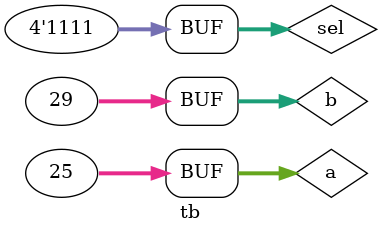
<source format=v>
`timescale 1ns / 1ps


module tb();
localparam n =32;
reg [n-1:0] a;
reg [n-1:0]b;
reg [3:0]sel;
wire zero; 
wire [n-1:0]ALU_out;

ALU#(.n(n)) test(a,b,sel,zero,ALU_out);

initial begin

a = 60;
b = 40;
sel = 4'b0010;   
#100

a = 60;
b = 40;
sel = 4'b0110;   
#100

a = 5'b11001;
b = 5'b11101;
sel = 4'b0000;   
#100

a = 5'b11001;
b = 5'b11101;
sel = 4'b0001; 

#100

a = 5'b11001;
b = 5'b11101;
sel = 4'b1111; 
  
end

endmodule

</source>
